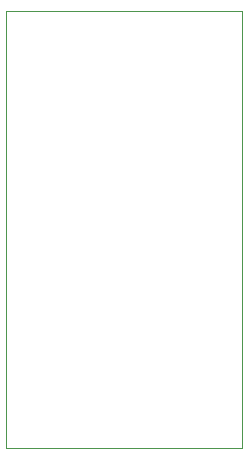
<source format=gbr>
%TF.GenerationSoftware,KiCad,Pcbnew,9.0.3*%
%TF.CreationDate,2025-07-11T23:11:04-05:00*%
%TF.ProjectId,Watch_PCB,57617463-685f-4504-9342-2e6b69636164,rev?*%
%TF.SameCoordinates,Original*%
%TF.FileFunction,Profile,NP*%
%FSLAX46Y46*%
G04 Gerber Fmt 4.6, Leading zero omitted, Abs format (unit mm)*
G04 Created by KiCad (PCBNEW 9.0.3) date 2025-07-11 23:11:04*
%MOMM*%
%LPD*%
G01*
G04 APERTURE LIST*
%TA.AperFunction,Profile*%
%ADD10C,0.050000*%
%TD*%
G04 APERTURE END LIST*
D10*
X52000000Y-87000000D02*
X72000000Y-87000000D01*
X52000000Y-87000000D02*
X52000000Y-50000000D01*
X52000000Y-50000000D02*
X72000000Y-50000000D01*
X72000000Y-50000000D02*
X72000000Y-87000000D01*
M02*

</source>
